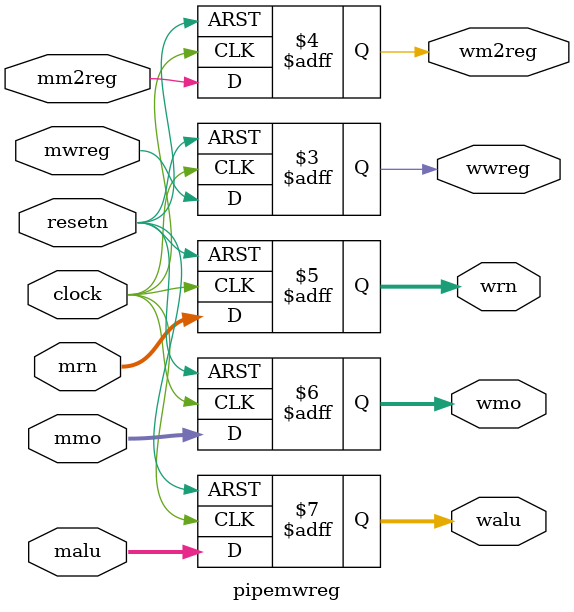
<source format=v>
module pipemwreg(mwreg, mm2reg, mmo, malu, mrn, clock, resetn,
	wwreg, wm2reg, wmo, walu, wrn);
	input mwreg, mm2reg, clock, resetn;
	input [31: 0] malu, mmo;
	input [4: 0] mrn;
	output reg wwreg, wm2reg;
	output reg [4: 0] wrn;
	output reg [31: 0] wmo, walu;
	
	always @ (posedge clock or negedge resetn)
	begin
	if (resetn == 0)
		begin
			wwreg <= 0;
			wm2reg <= 0;
			wrn <= 0;
			wmo <= 0;
			walu <= 0;
		
		end
	else
		begin
			wwreg <= mwreg;
			wm2reg <= mm2reg;
			wrn <= mrn;
			wmo <= mmo;
			walu <= malu;
		end
	end
endmodule
</source>
